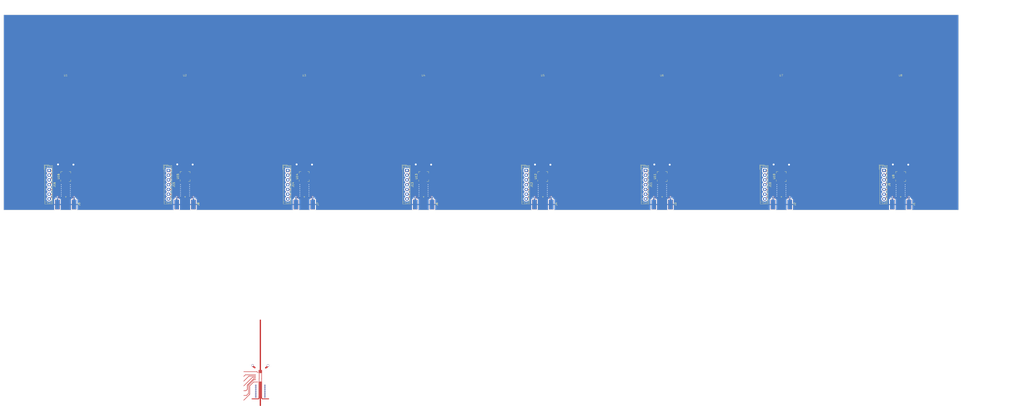
<source format=kicad_pcb>
(kicad_pcb (version 20221018) (generator pcbnew)
  (layers (0 "F.Cu" signal) (31 "B.Cu" signal) (34 "B.Paste" user) (35 "F.Paste" user) (36 "B.SilkS" user "B.Silkscreen") (37 "F.SilkS" user "F.Silkscreen") (38 "B.Mask" user) (39 "F.Mask" user) (44 "Edge.Cuts" user))
  (net 0 "")
  (net 1 "Net-(J1-In)")
  (net 2 "Net-(J1-Ext)")
  (net 3 "Net-(J2-In)")
  (net 4 "Net-(J3-In)")
  (net 5 "Net-(J4-In)")
  (net 6 "Net-(J5-In)")
  (net 7 "Net-(J6-In)")
  (net 8 "Net-(J7-In)")
  (net 9 "Net-(J8-In)")
  (net 10 "Net-(U1-Signal_input)")
  (net 11 "Net-(U12-RF2)")
  (net 12 "Net-(U11-RF2)")
  (net 13 "Net-(U10-RF2)")
  (net 14 "Net-(U8-Signal_input)")
  (net 15 "Net-(J9-Pin_1)")
  (net 16 "Net-(J9-Pin_2)")
  (net 17 "Net-(J9-Pin_3)")
  (net 18 "Net-(J9-Pin_4)")
  (net 19 "Net-(J9-Pin_5)")
  (net 20 "Net-(J9-Pin_6)")
  (net 21 "Net-(J10-Pin_1)")
  (net 22 "Net-(J10-Pin_2)")
  (net 23 "Net-(J10-Pin_3)")
  (net 24 "Net-(J10-Pin_4)")
  (net 25 "Net-(J10-Pin_5)")
  (net 26 "Net-(J10-Pin_6)")
  (net 27 "Net-(J11-Pin_1)")
  (net 28 "Net-(J11-Pin_2)")
  (net 29 "Net-(J11-Pin_3)")
  (net 30 "Net-(J11-Pin_4)")
  (net 31 "Net-(J11-Pin_5)")
  (net 32 "Net-(J11-Pin_6)")
  (net 33 "Net-(J12-Pin_1)")
  (net 34 "Net-(J12-Pin_2)")
  (net 35 "Net-(J12-Pin_3)")
  (net 36 "Net-(J12-Pin_4)")
  (net 37 "Net-(J12-Pin_5)")
  (net 38 "Net-(J12-Pin_6)")
  (net 39 "Net-(J13-Pin_1)")
  (net 40 "Net-(J13-Pin_2)")
  (net 41 "Net-(J13-Pin_3)")
  (net 42 "Net-(J13-Pin_4)")
  (net 43 "Net-(J13-Pin_5)")
  (net 44 "Net-(J13-Pin_6)")
  (net 45 "Net-(J14-Pin_1)")
  (net 46 "Net-(J14-Pin_2)")
  (net 47 "Net-(J14-Pin_3)")
  (net 48 "Net-(J14-Pin_4)")
  (net 49 "Net-(J14-Pin_5)")
  (net 50 "Net-(J14-Pin_6)")
  (net 51 "Net-(J15-Pin_1)")
  (net 52 "Net-(J15-Pin_2)")
  (net 53 "Net-(J15-Pin_3)")
  (net 54 "Net-(J15-Pin_4)")
  (net 55 "Net-(J15-Pin_5)")
  (net 56 "Net-(J15-Pin_6)")
  (net 57 "Net-(J16-Pin_1)")
  (net 58 "Net-(J16-Pin_2)")
  (net 59 "Net-(J16-Pin_3)")
  (net 60 "Net-(J16-Pin_4)")
  (net 61 "Net-(J16-Pin_5)")
  (net 62 "Net-(J16-Pin_6)")
  (net 119 "Net-(J9-Pin_7)")
  (net 120 "Net-(J10-Pin_7)")
  (net 121 "Net-(J11-Pin_7)")
  (net 122 "Net-(J12-Pin_7)")
  (net 123 "Net-(J13-Pin_7)")
  (net 124 "Net-(J14-Pin_7)")
  (net 125 "Net-(J15-Pin_7)")
  (net 126 "Net-(J16-Pin_7)")
  (net 127 "Net-(U15-RF2)")
  (net 128 "Net-(U14-RF2)")
  (net 129 "Net-(U13-RF2)")
  (footprint "userLibPersonal:Antenna Element" (layer "F.Cu") (at 368.04 57.71)
    (fp_text reference "U6")
    (fp_text value "~")
  )
  (footprint "userLibPersonal:Antenna Element" (layer "F.Cu") (at 55.54 57.71)
    (fp_text reference "U1")
    (fp_text value "~")
  )
  (footprint "userLibPersonal:Antenna Element" (layer "F.Cu") (at 180.54 57.71)
    (fp_text reference "U3")
    (fp_text value "~")
  )
  (footprint "Package_DFN_QFN:QFN-20-1EP_5x5mm_P0.65mm_EP3.35x3.35mm" (layer "F.Cu") (at 55.64 110.23 90)
    (fp_text reference "U16")
    (fp_text value "~")
  )
  (footprint "Connector_JST:JST_EH_B7B-EH-A_1x07_P2.50mm_Vertical" (layer "F.Cu") (at 171.94 107.03 -90)
    (fp_text reference "J14")
    (fp_text value "Conn_01x06_Pin")
  )
  (footprint "Connector_Coaxial:SMA_Molex_73251-1153_EdgeMount_Horizontal" (layer "F.Cu") (at 243.14 123.21 90)
    (fp_text reference "J6")
    (fp_text value "Conn_Coaxial")
  )
  (footprint "Connector_JST:JST_EH_B7B-EH-A_1x07_P2.50mm_Vertical" (layer "F.Cu") (at 109.44 107.03 -90)
    (fp_text reference "J15")
    (fp_text value "Conn_01x06_Pin")
  )
  (footprint "Connector_Coaxial:SMA_Molex_73251-1153_EdgeMount_Horizontal" (layer "F.Cu") (at 493.14 123.21 90)
    (fp_text reference "J1")
    (fp_text value "Conn_Coaxial")
  )
  (footprint "Connector_Coaxial:SMA_Molex_73251-1153_EdgeMount_Horizontal" (layer "F.Cu") (at 180.64 123.21 90)
    (fp_text reference "J7")
    (fp_text value "Conn_Coaxial")
  )
  (footprint "Package_DFN_QFN:QFN-20-1EP_5x5mm_P0.65mm_EP3.35x3.35mm" (layer "F.Cu") (at 118.14 110.18 90)
    (fp_text reference "U15")
    (fp_text value "~")
  )
  (footprint "Connector_JST:JST_EH_B7B-EH-A_1x07_P2.50mm_Vertical" (layer "F.Cu") (at 484.44 107.03 -90)
    (fp_text reference "J9")
    (fp_text value "Conn_01x06_Pin")
  )
  (footprint "userLibPersonal:Antenna Element" (layer "F.Cu") (at 243.04 57.71)
    (fp_text reference "U4")
    (fp_text value "~")
  )
  (footprint "Connector_Coaxial:SMA_Molex_73251-1153_EdgeMount_Horizontal" (layer "F.Cu") (at 368.14 123.21 90)
    (fp_text reference "J3")
    (fp_text value "Conn_Coaxial")
  )
  (footprint "Connector_Coaxial:SMA_Molex_73251-1153_EdgeMount_Horizontal" (layer "F.Cu") (at 305.64 123.21 90)
    (fp_text reference "J4")
    (fp_text value "Conn_Coaxial")
  )
  (footprint "Package_DFN_QFN:QFN-20-1EP_5x5mm_P0.65mm_EP3.35x3.35mm" (layer "F.Cu") (at 305.64 110.23 90)
    (fp_text reference "U12")
    (fp_text value "~")
  )
  (footprint "Connector_Coaxial:SMA_Molex_73251-1153_EdgeMount_Horizontal" (layer "F.Cu") (at 430.64 123.21 90)
    (fp_text reference "J2")
    (fp_text value "Conn_Coaxial")
  )
  (footprint "Connector_JST:JST_EH_B7B-EH-A_1x07_P2.50mm_Vertical" (layer "F.Cu") (at 46.94 107.03 -90)
    (fp_text reference "J16")
    (fp_text value "Conn_01x06_Pin")
  )
  (footprint "Package_DFN_QFN:QFN-20-1EP_5x5mm_P0.65mm_EP3.35x3.35mm" (layer "F.Cu") (at 368.14 110.23 90)
    (fp_text reference "U11")
    (fp_text value "~")
  )
  (footprint "Connector_Coaxial:SMA_Molex_73251-1153_EdgeMount_Horizontal" (layer "F.Cu") (at 118.14 123.21 90)
    (fp_text reference "J8")
    (fp_text value "Conn_Coaxial")
  )
  (footprint "Package_DFN_QFN:QFN-20-1EP_5x5mm_P0.65mm_EP3.35x3.35mm" (layer "F.Cu") (at 493.14 110.23 90)
    (fp_text reference "U9")
    (fp_text value "~")
  )
  (footprint "userLibPersonal:Antenna Element" (layer "F.Cu") (at 305.54 57.71)
    (fp_text reference "U5")
    (fp_text value "~")
  )
  (footprint "Connector_JST:JST_EH_B7B-EH-A_1x07_P2.50mm_Vertical" (layer "F.Cu") (at 421.94 107.03 -90)
    (fp_text reference "J10")
    (fp_text value "Conn_01x06_Pin")
  )
  (footprint "Connector_JST:JST_EH_B7B-EH-A_1x07_P2.50mm_Vertical" (layer "F.Cu") (at 359.44 107.03 -90)
    (fp_text reference "J11")
    (fp_text value "Conn_01x06_Pin")
  )
  (footprint "Package_DFN_QFN:QFN-20-1EP_5x5mm_P0.65mm_EP3.35x3.35mm" (layer "F.Cu") (at 430.64 110.23 90)
    (fp_text reference "U10")
    (fp_text value "~")
  )
  (footprint "Package_DFN_QFN:QFN-20-1EP_5x5mm_P0.65mm_EP3.35x3.35mm" (layer "F.Cu") (at 180.64 110.23 90)
    (fp_text reference "U14")
    (fp_text value "~")
  )
  (footprint "Package_DFN_QFN:QFN-20-1EP_5x5mm_P0.65mm_EP3.35x3.35mm" (layer "F.Cu") (at 243.14 110.23 90)
    (fp_text reference "U13")
    (fp_text value "~")
  )
  (footprint "Connector_JST:JST_EH_B7B-EH-A_1x07_P2.50mm_Vertical" (layer "F.Cu") (at 296.94 107.03 -90)
    (fp_text reference "J12")
    (fp_text value "Conn_01x06_Pin")
  )
  (footprint "userLibPersonal:Antenna Element" (layer "F.Cu") (at 430.54 57.71)
    (fp_text reference "U7")
    (fp_text value "~")
  )
  (footprint "Connector_JST:JST_EH_B7B-EH-A_1x07_P2.50mm_Vertical" (layer "F.Cu") (at 234.44 107.03 -90)
    (fp_text reference "J13")
    (fp_text value "Conn_01x06_Pin")
  )
  (footprint "userLibPersonal:Antenna Element" (layer "F.Cu") (at 118.04 57.71)
    (fp_text reference "U2")
    (fp_text value "~")
  )
  (footprint "Connector_Coaxial:SMA_Molex_73251-1153_EdgeMount_Horizontal" (layer "F.Cu") (at 55.64 123.21 90)
    (fp_text reference "J5")
    (fp_text value "Conn_Coaxial")
  )
  (footprint "userLibPersonal:Antenna Element" (layer "F.Cu") (at 493.04 57.71)
    (fp_text reference "U8")
    (fp_text value "~")
  )
  (gr_rect (start 23.12 25.46) (end 523.44 127.79) (stroke (width 0.1)) (fill none) (layer "Edge.Cuts"))
  (segment (start 151.88 224.64) (end 152.04 224.48) (width 0.25) (layer "F.Cu") (net 0))
  (segment (start 148.89 227.63) (end 151.88 224.64) (width 0.25) (layer "F.Cu") (net 0))
  (segment (start 148.89 225.13) (end 150.32 225.13) (width 0.25) (layer "F.Cu") (net 0))
  (segment (start 148.89 217.63) (end 151.56 214.96) (width 0.25) (layer "F.Cu") (net 0))
  (segment (start 151.37 219.68) (end 154.14 216.91) (width 0.25) (layer "F.Cu") (net 0))
  (segment (start 148.89 222.63) (end 150.05 222.63) (width 0.25) (layer "F.Cu") (net 0))
  (segment (start 151.56 214.96) (end 155.14 214.96) (width 0.25) (layer "F.Cu") (net 0))
  (segment (start 150.05 222.63) (end 150.74 221.94) (width 0.25) (layer "F.Cu") (net 0))
  (segment (start 150.32 225.13) (end 151.37 224.08) (width 0.25) (layer "F.Cu") (net 0))
  (segment (start 157.59 213.16) (end 157.59 185.61) (width 0.65) (layer "F.Cu") (net 0))
  (segment (start 149.71 214.31) (end 155.14 214.31) (width 0.25) (layer "F.Cu") (net 0))
  (segment (start 154.153604 216.26) (end 155.14 216.26) (width 0.25) (layer "F.Cu") (net 0))
  (segment (start 148.89 215.13) (end 149.71 214.31) (width 0.25) (layer "F.Cu") (net 0))
  (segment (start 151.37 224.08) (end 151.37 219.68) (width 0.25) (layer "F.Cu") (net 0))
  (segment (start 155.76 212.63) (end 156.29 213.16) (width 0.25) (layer "F.Cu") (net 0))
  (segment (start 148.89 212.63) (end 155.76 212.63) (width 0.25) (layer "F.Cu") (net 0))
  (segment (start 154.05 218.06) (end 156.29 218.06) (width 0.25) (layer "F.Cu") (net 0))
  (segment (start 157.59 230.33) (end 157.59 218.06) (width 0.66) (layer "F.Cu") (net 0))
  (segment (start 148.89 220.13) (end 153.41 215.61) (width 0.25) (layer "F.Cu") (net 0))
  (segment (start 152.04 220.07) (end 154.05 218.06) (width 0.25) (layer "F.Cu") (net 0))
  (segment (start 154.14 216.91) (end 155.14 216.91) (width 0.25) (layer "F.Cu") (net 0))
  (segment (start 152.04 224.48) (end 152.04 220.07) (width 0.25) (layer "F.Cu") (net 0))
  (segment (start 150.74 221.94) (end 150.74 219.673604) (width 0.25) (layer "F.Cu") (net 0))
  (segment (start 153.41 215.61) (end 155.14 215.61) (width 0.25) (layer "F.Cu") (net 0))
  (segment (start 150.74 219.673604) (end 154.153604 216.26) (width 0.25) (layer "F.Cu") (net 0))
  (segment (start 493.13 124.955) (end 493.13 112.685) (width 0.66) (layer "F.Cu") (net 1))
  (segment (start 493.522 126.746) (end 493.522 123.571) (width 0.25) (layer "F.Cu") (net 1))
  (segment (start 181.307791 107.744263) (end 181.307791 106.514263) (width 0.45) (layer "F.Cu") (net 2))
  (segment (start 490.211492 105.137757) (end 489.134128 104.383379) (width 0.8) (layer "F.Cu") (net 2))
  (segment (start 244.141502 121.492134) (end 243.756502 121.107134) (width 0.44) (layer "F.Cu") (net 2))
  (segment (start 181.315695 112.641961) (end 181.315695 110.841961) (width 0.25) (layer "F.Cu") (net 2))
  (segment (start 306.64 121.555) (end 306.255 121.17) (width 0.44) (layer "F.Cu") (net 2))
  (segment (start 156.94 213.16) (end 156.94 211.93) (width 0.45) (layer "F.Cu") (net 2))
  (segment (start 372.52 124.93) (end 426.26 124.93) (width 0.25) (layer "F.Cu") (net 2))
  (segment (start 372.49 121.52) (end 369.15 121.52) (width 0.44) (layer "F.Cu") (net 2))
  (segment (start 431.29122 120.569859) (end 431.29122 112.689859) (width 0.44) (layer "F.Cu") (net 2))
  (segment (start 367.46 107.79) (end 367.46 106.56) (width 0.45) (layer "F.Cu") (net 2))
  (segment (start 181.320695 121.086961) (end 181.320695 120.521961) (width 0.44) (layer "F.Cu") (net 2))
  (segment (start 492.48 107.785) (end 492.48 106.555) (width 0.45) (layer "F.Cu") (net 2))
  (segment (start 306.25 120.605) (end 306.25 112.725) (width 0.44) (layer "F.Cu") (net 2))
  (segment (start 367.46 120.49) (end 367.46 112.69) (width 0.44) (layer "F.Cu") (net 2))
  (segment (start 158.245 226.505) (end 158.245 225.94) (width 0.44) (layer "F.Cu") (net 2))
  (segment (start 156.935 226.525) (end 156.935 225.86) (width 0.44) (layer "F.Cu") (net 2))
  (segment (start 118.77 112.62) (end 118.77 110.82) (width 0.25) (layer "F.Cu") (net 2))
  (segment (start 117.1 121.45) (end 117.465 121.085) (width 0.44) (layer "F.Cu") (net 2))
  (segment (start 488.75 121.515) (end 492.11 121.515) (width 0.44) (layer "F.Cu") (net 2))
  (segment (start 153.21 226.89) (end 156.57 226.89) (width 0.44) (layer "F.Cu") (net 2))
  (segment (start 54.99 110.86) (end 55.64 110.21) (width 0.25) (layer "F.Cu") (net 2))
  (segment (start 302.681492 105.177757) (end 301.604128 104.423379) (width 0.8) (layer "F.Cu") (net 2))
  (segment (start 370.951318 105.237189) (end 372.028682 104.482811) (width 0.8) (layer "F.Cu") (net 2))
  (segment (start 367.455 121.155) (end 367.455 120.49) (width 0.44) (layer "F.Cu") (net 2))
  (segment (start 113.74 121.45) (end 117.1 121.45) (width 0.44) (layer "F.Cu") (net 2))
  (segment (start 309.98 121.555) (end 306.64 121.555) (width 0.44) (layer "F.Cu") (net 2))
  (segment (start 177.747187 105.094718) (end 176.669823 104.34034) (width 0.8) (layer "F.Cu") (net 2))
  (segment (start 368.765 121.135) (end 368.765 120.57) (width 0.44) (layer "F.Cu") (net 2))
  (segment (start 306.25 112.725) (end 306.25 110.925) (width 0.25) (layer "F.Cu") (net 2))
  (segment (start 242.451502 112.662134) (end 242.451502 110.862134) (width 0.25) (layer "F.Cu") (net 2))
  (segment (start 247.52 124.93) (end 301.26 124.93) (width 0.25) (layer "F.Cu") (net 2))
  (segment (start 52.721492 105.112757) (end 51.644128 104.358379) (width 0.8) (layer "F.Cu") (net 2))
  (segment (start 56.29 112.66) (end 56.29 110.86) (width 0.25) (layer "F.Cu") (net 2))
  (segment (start 493.785 121.13) (end 493.785 120.565) (width 0.44) (layer "F.Cu") (net 2))
  (segment (start 369.15 121.52) (end 368.765 121.135) (width 0.44) (layer "F.Cu") (net 2))
  (segment (start 51.644128 104.358379) (end 51.565986 103.915215) (width 0.8) (layer "F.Cu") (net 2))
  (segment (start 54.99 120.46) (end 54.99 112.66) (width 0.44) (layer "F.Cu") (net 2))
  (segment (start 60.02 124.93) (end 113.76 124.93) (width 0.25) (layer "F.Cu") (net 2))
  (segment (start 54.99 112.66) (end 54.99 110.86) (width 0.25) (layer "F.Cu") (net 2))
  (segment (start 304.945 121.19) (end 304.945 120.525) (width 0.44) (layer "F.Cu") (net 2))
  (segment (start 117.47 107.72) (end 117.47 106.49) (width 0.45) (layer "F.Cu") (net 2))
  (segment (start 363.73 121.52) (end 367.09 121.52) (width 0.44) (layer "F.Cu") (net 2))
  (segment (start 185.045695 121.471961) (end 181.705695 121.471961) (width 0.44) (layer "F.Cu") (net 2))
  (segment (start 367.09 121.52) (end 367.455 121.155) (width 0.44) (layer "F.Cu") (net 2))
  (segment (start 493.79 110.875) (end 493.79 107.635) (width 0.25) (layer "F.Cu") (net 2))
  (segment (start 118.775 121.065) (end 118.775 120.5) (width 0.44) (layer "F.Cu") (net 2))
  (segment (start 243.761502 110.852134) (end 243.761502 107.612134) (width 0.25) (layer "F.Cu") (net 2))
  (segment (start 431.30122 110.879859) (end 431.30122 107.639859) (width 0.25) (layer "F.Cu") (net 2))
  (segment (start 242.451502 107.762134) (end 242.451502 106.532134) (width 0.45) (layer "F.Cu") (net 2))
  (segment (start 158.24 225.94) (end 158.24 218.06) (width 0.44) (layer "F.Cu") (net 2))
  (segment (start 56.29 109.56) (end 56.29 107.76) (width 0.25) (layer "F.Cu") (net 2))
  (segment (start 494.17 121.515) (end 493.785 121.13) (width 0.44) (layer "F.Cu") (net 2))
  (segment (start 56.282096 107.762302) (end 56.282096 106.532302) (width 0.45) (layer "F.Cu") (net 2))
  (segment (start 242.446502 121.127134) (end 242.446502 120.462134) (width 0.44) (layer "F.Cu") (net 2))
  (segment (start 117.465 121.085) (end 117.465 120.42) (width 0.44) (layer "F.Cu") (net 2))
  (segment (start 427.722712 105.142616) (end 426.645348 104.388238) (width 0.8) (layer "F.Cu") (net 2))
  (segment (start 308.441318 105.272189) (end 309.518682 104.517811) (width 0.8) (layer "F.Cu") (net 2))
  (segment (start 493.78 120.565) (end 493.78 112.685) (width 0.44) (layer "F.Cu") (net 2))
  (segment (start 492.11 121.515) (end 492.475 121.15) (width 0.44) (layer "F.Cu") (net 2))
  (segment (start 180.015695 112.641961) (end 180.015695 110.841961) (width 0.25) (layer "F.Cu") (net 2))
  (segment (start 118.77 120.5) (end 118.77 112.62) (width 0.44) (layer "F.Cu") (net 2))
  (segment (start 247.481502 121.492134) (end 244.141502 121.492134) (width 0.44) (layer "F.Cu") (net 2))
  (segment (start 493.772096 107.787302) (end 493.772096 106.557302) (width 0.45) (layer "F.Cu") (net 2))
  (segment (start 180.015695 120.441961) (end 180.015695 112.641961) (width 0.44) (layer "F.Cu") (net 2))
  (segment (start 497.51 121.515) (end 494.17 121.515) (width 0.44) (layer "F.Cu") (net 2))
  (segment (start 122.52 124.93) (end 176.26 124.93) (width 0.25) (layer "F.Cu") (net 2))
  (segment (start 243.743598 107.764436) (end 243.743598 106.534436) (width 0.45) (layer "F.Cu") (net 2))
  (segment (start 429.99122 107.789859) (end 429.99122 106.559859) (width 0.45) (layer "F.Cu") (net 2))
  (segment (start 158.63 226.89) (end 158.245 226.505) (width 0.44) (layer "F.Cu") (net 2))
  (segment (start 306.26 110.915) (end 306.26 107.675) (width 0.25) (layer "F.Cu") (net 2))
  (segment (start 368.76 112.69) (end 368.76 110.89) (width 0.25) (layer "F.Cu") (net 2))
  (segment (start 304.58 121.555) (end 304.945 121.19) (width 0.44) (layer "F.Cu") (net 2))
  (segment (start 435.02 124.93) (end 488.76 124.93) (width 0.25) (layer "F.Cu") (net 2))
  (segment (start 56.29 120.54) (end 56.29 112.66) (width 0.44) (layer "F.Cu") (net 2))
  (segment (start 54.985 121.125) (end 54.985 120.46) (width 0.44) (layer "F.Cu") (net 2))
  (segment (start 435.02122 121.519859) (end 431.68122 121.519859) (width 0.44) (layer "F.Cu") (net 2))
  (segment (start 242.081502 121.492134) (end 242.446502 121.127134) (width 0.44) (layer "F.Cu") (net 2))
  (segment (start 245.94282 105.209323) (end 247.020184 104.454945) (width 0.8) (layer "F.Cu") (net 2))
  (segment (start 161.97 226.89) (end 158.63 226.89) (width 0.44) (layer "F.Cu") (net 2))
  (segment (start 431.29622 121.134859) (end 431.29622 120.569859) (width 0.44) (layer "F.Cu") (net 2))
  (segment (start 367.49 110.87) (end 367.49 107.63) (width 0.25) (layer "F.Cu") (net 2))
  (segment (start 180.045695 110.821961) (end 180.045695 107.581961) (width 0.25) (layer "F.Cu") (net 2))
  (segment (start 180.010695 121.106961) (end 180.010695 120.441961) (width 0.44) (layer "F.Cu") (net 2))
  (segment (start 183.507013 105.18915) (end 184.584377 104.434772) (width 0.8) (layer "F.Cu") (net 2))
  (segment (start 154.671492 210.512757) (end 153.594128 209.758379) (width 0.8) (layer "F.Cu") (net 2))
  (segment (start 431.29122 112.689859) (end 431.29122 110.889859) (width 0.25) (layer "F.Cu") (net 2))
  (segment (start 122.5 121.45) (end 119.16 121.45) (width 0.44) (layer "F.Cu") (net 2))
  (segment (start 429.62122 121.519859) (end 429.98622 121.154859) (width 0.44) (layer "F.Cu") (net 2))
  (segment (start 120.961318 105.167189) (end 122.038682 104.412811) (width 0.8) (layer "F.Cu") (net 2))
  (segment (start 310.02 124.93) (end 363.76 124.93) (width 0.25) (layer "F.Cu") (net 2))
  (segment (start 240.182994 105.114891) (end 239.10563 104.360513) (width 0.8) (layer "F.Cu") (net 2))
  (segment (start 115.201492 105.072757) (end 114.124128 104.318379) (width 0.8) (layer "F.Cu") (net 2))
  (segment (start 54.99 109.56) (end 54.99 107.76) (width 0.25) (layer "F.Cu") (net 2))
  (segment (start 51.26 121.49) (end 54.62 121.49) (width 0.44) (layer "F.Cu") (net 2))
  (segment (start 117.47 120.42) (end 117.47 112.62) (width 0.44) (layer "F.Cu") (net 2))
  (segment (start 429.99122 120.489859) (end 429.99122 112.689859) (width 0.44) (layer "F.Cu") (net 2))
  (segment (start 426.26122 121.519859) (end 429.62122 121.519859) (width 0.44) (layer "F.Cu") (net 2))
  (segment (start 58.481318 105.207189) (end 59.558682 104.452811) (width 0.8) (layer "F.Cu") (net 2))
  (segment (start 158.24 218.06) (end 158.24 216.26) (width 0.25) (layer "F.Cu") (net 2))
  (segment (start 118.762096 107.722302) (end 118.762096 106.492302) (width 0.45) (layer "F.Cu") (net 2))
  (segment (start 433.482538 105.237048) (end 434.559902 104.48267) (width 0.8) (layer "F.Cu") (net 2))
  (segment (start 54.62 121.49) (end 54.985 121.125) (width 0.44) (layer "F.Cu") (net 2))
  (segment (start 180.015695 107.741961) (end 180.015695 106.511961) (width 0.45) (layer "F.Cu") (net 2))
  (segment (start 238.721502 121.492134) (end 242.081502 121.492134) (width 0.44) (layer "F.Cu") (net 2))
  (segment (start 156.97 216.24) (end 156.97 213) (width 0.25) (layer "F.Cu") (net 2))
  (segment (start 304.95 107.825) (end 304.95 106.595) (width 0.45) (layer "F.Cu") (net 2))
  (segment (start 181.325695 110.831961) (end 181.325695 107.591961) (width 0.25) (layer "F.Cu") (net 2))
  (segment (start 242.451502 120.462134) (end 242.451502 112.662134) (width 0.44) (layer "F.Cu") (net 2))
  (segment (start 430.02122 110.869859) (end 430.02122 107.629859) (width 0.25) (layer "F.Cu") (net 2))
  (segment (start 306.255 121.17) (end 306.255 120.605) (width 0.44) (layer "F.Cu") (net 2))
  (segment (start 492.48 112.685) (end 492.48 110.885) (width 0.25) (layer "F.Cu") (net 2))
  (segment (start 181.705695 121.471961) (end 181.320695 121.086961) (width 0.44) (layer "F.Cu") (net 2))
  (segment (start 160.431318 210.607189) (end 161.508682 209.852811) (width 0.8) (layer "F.Cu") (net 2))
  (segment (start 243.756502 121.107134) (end 243.756502 120.542134) (width 0.44) (layer "F.Cu") (net 2))
  (segment (start 117.5 110.8) (end 117.5 107.56) (width 0.25) (layer "F.Cu") (net 2))
  (segment (start 119.16 121.45) (end 118.775 121.065) (width 0.44) (layer "F.Cu") (net 2))
  (segment (start 304.95 120.525) (end 304.95 112.725) (width 0.44) (layer "F.Cu") (net 2))
  (segment (start 242.481502 110.842134) (end 242.481502 107.602134) (width 0.25) (layer "F.Cu") (net 2))
  (segment (start 368.752096 107.792302) (end 368.752096 106.562302) (width 0.45) (layer "F.Cu") (net 2))
  (segment (start 365.191492 105.142757) (end 364.114128 104.388379) (width 0.8) (layer "F.Cu") (net 2))
  (segment (start 176.285695 121.471961) (end 179.645695 121.471961) (width 0.44) (layer "F.Cu") (net 2))
  (segment (start 156.94 218.06) (end 156.94 216.26) (width 0.25) (layer "F.Cu") (net 2))
  (segment (start 158.25 216.25) (end 158.25 213.01) (width 0.25) (layer "F.Cu") (net 2))
  (segment (start 60.02 121.49) (end 56.68 121.49) (width 0.44) (layer "F.Cu") (net 2))
  (segment (start 429.98622 121.154859) (end 429.98622 120.489859) (width 0.44) (layer "F.Cu") (net 2))
  (segment (start 304.98 110.905) (end 304.98 107.665) (width 0.25) (layer "F.Cu") (net 2))
  (segment (start 56.29 110.86) (end 55.64 110.21) (width 0.25) (layer "F.Cu") (net 2))
  (segment (start 495.971318 105.232189) (end 497.048682 104.477811) (width 0.8) (layer "F.Cu") (net 2))
  (segment (start 368.76 120.57) (end 368.76 112.69) (width 0.44) (layer "F.Cu") (net 2))
  (segment (start 367.46 112.69) (end 367.46 110.89) (width 0.25) (layer "F.Cu") (net 2))
  (segment (start 118.78 110.81) (end 118.78 107.57) (width 0.25) (layer "F.Cu") (net 2))
  (segment (start 56.295 121.105) (end 56.295 120.54) (width 0.44) (layer "F.Cu") (net 2))
  (segment (start 56.68 121.49) (end 56.295 121.105) (width 0.44) (layer "F.Cu") (net 2))
  (segment (start 306.242096 107.827302) (end 306.242096 106.597302) (width 0.45) (layer "F.Cu") (net 2))
  (segment (start 301.22 121.555) (end 304.58 121.555) (width 0.44) (layer "F.Cu") (net 2))
  (segment (start 493.78 112.685) (end 493.78 110.885) (width 0.25) (layer "F.Cu") (net 2))
  (segment (start 156.94 225.86) (end 156.94 218.06) (width 0.44) (layer "F.Cu") (net 2))
  (segment (start 497.52 121.94) (end 497.445 122.015) (width 0.25) (layer "F.Cu") (net 2))
  (segment (start 492.51 110.865) (end 492.51 107.625) (width 0.25) (layer "F.Cu") (net 2))
  (segment (start 243.751502 120.542134) (end 243.751502 112.662134) (width 0.44) (layer "F.Cu") (net 2))
  (segment (start 156.57 226.89) (end 156.935 226.525) (width 0.44) (layer "F.Cu") (net 2))
  (segment (start 492.48 120.485) (end 492.48 112.685) (width 0.44) (layer "F.Cu") (net 2))
  (segment (start 117.47 112.62) (end 117.47 110.82) (width 0.25) (layer "F.Cu") (net 2))
  (segment (start 368.77 110.88) (end 368.77 107.64) (width 0.25) (layer "F.Cu") (net 2))
  (segment (start 431.283316 107.792161) (end 431.283316 106.562161) (width 0.45) (layer "F.Cu") (net 2))
  (segment (start 59.517364 104.432811) (end 59.595505 103.989648) (width 0.8) (layer "F.Cu") (net 2))
  (segment (start 304.95 112.725) (end 304.95 110.925) (width 0.25) (layer "F.Cu") (net 2))
  (segment (start 243.751502 112.662134) (end 243.751502 110.862134) (width 0.25) (layer "F.Cu") (net 2))
  (segment (start 429.99122 112.689859) (end 429.99122 110.889859) (width 0.25) (layer "F.Cu") (net 2))
  (segment (start 492.475 121.15) (end 492.475 120.485) (width 0.44) (layer "F.Cu") (net 2))
  (segment (start 158.232096 213.162302) (end 158.232096 211.932302) (width 0.45) (layer "F.Cu") (net 2))
  (segment (start 179.645695 121.471961) (end 180.010695 121.106961) (width 0.44) (layer "F.Cu") (net 2))
  (segment (start 55.64 110.21) (end 56.29 109.56) (width 0.25) (layer "F.Cu") (net 2))
  (segment (start 185.02 124.93) (end 238.76 124.93) (width 0.25) (layer "F.Cu") (net 2))
  (segment (start 181.315695 120.521961) (end 181.315695 112.641961) (width 0.44) (layer "F.Cu") (net 2))
  (segment (start 54.99 107.76) (end 54.99 106.53) (width 0.45) (layer "F.Cu") (net 2))
  (segment (start 55.64 110.21) (end 54.99 109.56) (width 0.25) (layer "F.Cu") (net 2))
  (segment (start 431.68122 121.519859) (end 431.29622 121.134859) (width 0.44) (layer "F.Cu") (net 2))
  (via (at 58.02 118.49) (size 0.8) (drill 0.4) (layers "F.Cu" "B.Cu") (net 2))
  (via (at 433.02122 120.519859) (size 0.8) (drill 0.4) (layers "F.Cu" "B.Cu") (net 2))
  (via (at 155.21 223.89) (size 0.8) (drill 0.4) (layers "F.Cu" "B.Cu") (net 2))
  (via (at 58.02 116.49) (size 0.8) (drill 0.4) (layers "F.Cu" "B.Cu") (net 2))
  (via (at 51.565986 103.915215) (size 1.2) (drill 1) (layers "F.Cu" "B.Cu") (net 2))
  (via (at 178.285695 120.471961) (size 0.8) (drill 0.4) (layers "F.Cu" "B.Cu") (net 2))
  (via (at 159.97 220.89) (size 0.8) (drill 0.4) (layers "F.Cu" "B.Cu") (net 2))
  (via (at 365.73 119.52) (size 0.8) (drill 0.4) (layers "F.Cu" "B.Cu") (net 2))
  (via (at 183.045695 115.471961) (size 0.8) (drill 0.4) (layers "F.Cu" "B.Cu") (net 2))
  (via (at 240.721502 114.492134) (size 0.8) (drill 0.4) (layers "F.Cu" "B.Cu") (net 2))
  (via (at 159.97 225.89) (size 0.8) (drill 0.4) (layers "F.Cu" "B.Cu") (net 2))
  (via (at 58.02 120.49) (size 0.8) (drill 0.4) (layers "F.Cu" "B.Cu") (net 2))
  (via (at 428.26122 116.519859) (size 0.8) (drill 0.4) (layers "F.Cu" "B.Cu") (net 2))
  (via (at 58.02 117.49) (size 0.8) (drill 0.4) (layers "F.Cu" "B.Cu") (net 2))
  (via (at 365.73 118.52) (size 0.8) (drill 0.4) (layers "F.Cu" "B.Cu") (net 2))
  (via (at 115.74 115.45) (size 0.8) (drill 0.4) (layers "F.Cu" "B.Cu") (net 2))
  (via (at 307.98 118.555) (size 0.8) (drill 0.4) (layers "F.Cu" "B.Cu") (net 2))
  (via (at 178.285695 119.471961) (size 0.8) (drill 0.4) (layers "F.Cu" "B.Cu") (net 2))
  (via (at 178.285695 114.471961) (size 0.8) (drill 0.4) (layers "F.Cu" "B.Cu") (net 2))
  (via (at 153.515986 209.315215) (size 1.2) (drill 1) (layers "F.Cu" "B.Cu") (net 2))
  (via (at 303.22 114.555) (size 0.8) (drill 0.4) (layers "F.Cu" "B.Cu") (net 2))
  (via (at 365.73 117.52) (size 0.8) (drill 0.4) (layers "F.Cu" "B.Cu") (net 2))
  (via (at 159.97 224.89) (size 0.8) (drill 0.4) (layers "F.Cu" "B.Cu") (net 2))
  (via (at 183.045695 114.471961) (size 0.8) (drill 0.4) (layers "F.Cu" "B.Cu") (net 2))
  (via (at 53.26 114.49) (size 0.8) (drill 0.4) (layers "F.Cu" "B.Cu") (net 2))
  (via (at 245.481502 120.492134) (size 0.8) (drill 0.4) (layers "F.Cu" "B.Cu") (net 2))
  (via (at 428.26122 117.519859) (size 0.8) (drill 0.4) (layers "F.Cu" "B.Cu") (net 2))
  (via (at 365.73 115.52) (size 0.8) (drill 0.4) (layers "F.Cu" "B.Cu") (net 2))
  (via (at 245.481502 118.492134) (size 0.8) (drill 0.4) (layers "F.Cu" "B.Cu") (net 2))
  (via (at 428.26122 114.519859) (size 0.8) (drill 0.4) (layers "F.Cu" "B.Cu") (net 2))
  (via (at 53.26 117.49) (size 0.8) (drill 0.4) (layers "F.Cu" "B.Cu") (net 2))
  (via (at 120.5 119.45) (size 0.8) (drill 0.4) (layers "F.Cu" "B.Cu") (net 2))
  (via (at 303.22 119.555) (size 0.8) (drill 0.4) (layers "F.Cu" "B.Cu") (net 2))
  (via (at 183.045695 119.471961) (size 0.8) (drill 0.4) (layers "F.Cu" "B.Cu") (net 2))
  (via (at 433.02122 119.519859) (size 0.8) (drill 0.4) (layers "F.Cu" "B.Cu") (net 2))
  (via (at 307.98 119.555) (size 0.8) (drill 0.4) (layers "F.Cu" "B.Cu") (net 2))
  (via (at 490.75 116.515) (size 0.8) (drill 0.4) (layers "F.Cu" "B.Cu") (net 2))
  (via (at 115.74 116.45) (size 0.8) (drill 0.4) (layers "F.Cu" "B.Cu") (net 2))
  (via (at 495.51 115.515) (size 0.8) (drill 0.4) (layers "F.Cu" "B.Cu") (net 2))
  (via (at 307.98 116.555) (size 0.8) (drill 0.4) (layers "F.Cu" "B.Cu") (net 2))
  (via (at 307.98 120.555) (size 0.8) (drill 0.4) (layers "F.Cu" "B.Cu") (net 2))
  (via (at 115.74 120.45) (size 0.8) (drill 0.4) (layers "F.Cu" "B.Cu") (net 2))
  (via (at 155.21 219.89) (size 0.8) (drill 0.4) (layers "F.Cu" "B.Cu") (net 2))
  (via (at 490.75 117.515) (size 0.8) (drill 0.4) (layers "F.Cu" "B.Cu") (net 2))
  (via (at 245.481502 116.492134) (size 0.8) (drill 0.4) (layers "F.Cu" "B.Cu") (net 2))
  (via (at 183.045695 117.471961) (size 0.8) (drill 0.4) (layers "F.Cu" "B.Cu") (net 2))
  (via (at 307.98 115.555) (size 0.8) (drill 0.4) (layers "F.Cu" "B.Cu") (net 2))
  (via (at 245.481502 117.492134) (size 0.8) (drill 0.4) (layers "F.Cu" "B.Cu") (net 2))
  (via (at 155.21 225.89) (size 0.8) (drill 0.4) (layers "F.Cu" "B.Cu") (net 2))
  (via (at 120.5 118.45) (size 0.8) (drill 0.4) (layers "F.Cu" "B.Cu") (net 2))
  (via (at 115.74 118.45) (size 0.8) (drill 0.4) (layers "F.Cu" "B.Cu") (net 2))
  (via (at 489.055986 103.940215) (size 1.2) (drill 1) (layers "F.Cu" "B.Cu") (net 2))
  (via (at 240.721502 116.492134) (size 0.8) (drill 0.4) (layers "F.Cu" "B.Cu") (net 2))
  (via (at 53.26 120.49) (size 0.8) (drill 0.4) (layers "F.Cu" "B.Cu") (net 2))
  (via (at 370.49 116.52) (size 0.8) (drill 0.4) (layers "F.Cu" "B.Cu") (net 2))
  (via (at 495.51 118.515) (size 0.8) (drill 0.4) (layers "F.Cu" "B.Cu") (net 2))
  (via (at 497.126823 104.034648) (size 1.2) (drill 1) (layers "F.Cu" "B.Cu") (net 2))
  (via (at 159.97 222.89) (size 0.8) (drill 0.4) (layers "F.Cu" "B.Cu") (net 2))
  (via (at 178.285695 117.471961) (size 0.8) (drill 0.4) (layers "F.Cu" "B.Cu") (net 2))
  (via (at 495.51 117.515) (size 0.8) (drill 0.4) (layers "F.Cu" "B.Cu") (net 2))
  (via (at 365.73 116.52) (size 0.8) (drill 0.4) (layers "F.Cu" "B.Cu") (net 2))
  (via (at 58.02 114.49) (size 0.8) (drill 0.4) (layers "F.Cu" "B.Cu") (net 2))
  (via (at 155.21 222.89) (size 0.8) (drill 0.4) (layers "F.Cu" "B.Cu") (net 2))
  (via (at 115.74 114.45) (size 0.8) (drill 0.4) (layers "F.Cu" "B.Cu") (net 2))
  (via (at 159.97 219.89) (size 0.8) (drill 0.4) (layers "F.Cu" "B.Cu") (net 2))
  (via (at 115.74 119.45) (size 0.8) (drill 0.4) (layers "F.Cu" "B.Cu") (net 2))
  (via (at 370.49 115.52) (size 0.8) (drill 0.4) (layers "F.Cu" "B.Cu") (net 2))
  (via (at 370.49 117.52) (size 0.8) (drill 0.4) (layers "F.Cu" "B.Cu") (net 2))
  (via (at 307.98 114.555) (size 0.8) (drill 0.4) (layers "F.Cu" "B.Cu") (net 2))
  (via (at 178.285695 116.471961) (size 0.8) (drill 0.4) (layers "F.Cu" "B.Cu") (net 2))
  (via (at 239.027488 103.917349) (size 1.2) (drill 1) (layers "F.Cu" "B.Cu") (net 2))
  (via (at 58.02 115.49) (size 0.8) (drill 0.4) (layers "F.Cu" "B.Cu") (net 2))
  (via (at 307.98 117.555) (size 0.8) (drill 0.4) (layers "F.Cu" "B.Cu") (net 2))
  (via (at 155.21 221.89) (size 0.8) (drill 0.4) (layers "F.Cu" "B.Cu") (net 2))
  (via (at 183.045695 116.471961) (size 0.8) (drill 0.4) (layers "F.Cu" "B.Cu") (net 2))
  (via (at 178.285695 115.471961) (size 0.8) (drill 0.4) (layers "F.Cu" "B.Cu") (net 2))
  (via (at 495.51 119.515) (size 0.8) (drill 0.4) (layers "F.Cu" "B.Cu") (net 2))
  (via (at 53.26 119.49) (size 0.8) (drill 0.4) (layers "F.Cu" "B.Cu") (net 2))
  (via (at 159.97 223.89) (size 0.8) (drill 0.4) (layers "F.Cu" "B.Cu") (net 2))
  (via (at 433.02122 118.519859) (size 0.8) (drill 0.4) (layers "F.Cu" "B.Cu") (net 2))
  (via (at 53.26 116.49) (size 0.8) (drill 0.4) (layers "F.Cu" "B.Cu") (net 2))
  (via (at 428.26122 118.519859) (size 0.8) (drill 0.4) (layers "F.Cu" "B.Cu") (net 2))
  (via (at 120.5 120.45) (size 0.8) (drill 0.4) (layers "F.Cu" "B.Cu") (net 2))
  (via (at 155.21 220.89) (size 0.8) (drill 0.4) (layers "F.Cu" "B.Cu") (net 2))
  (via (at 490.75 115.515) (size 0.8) (drill 0.4) (layers "F.Cu" "B.Cu") (net 2))
  (via (at 428.26122 115.519859) (size 0.8) (drill 0.4) (layers "F.Cu" "B.Cu") (net 2))
  (via (at 159.97 221.89) (size 0.8) (drill 0.4) (layers "F.Cu" "B.Cu") (net 2))
  (via (at 433.02122 114.519859) (size 0.8) (drill 0.4) (layers "F.Cu" "B.Cu") (net 2))
  (via (at 58.02 119.49) (size 0.8) (drill 0.4) (layers "F.Cu" "B.Cu") (net 2))
  (via (at 495.51 116.515) (size 0.8) (drill 0.4) (layers "F.Cu" "B.Cu") (net 2))
  (via (at 115.74 117.45) (size 0.8) (drill 0.4) (layers "F.Cu" "B.Cu") (net 2))
  (via (at 428.26122 119.519859) (size 0.8) (drill 0.4) (layers "F.Cu" "B.Cu") (net 2))
  (via (at 245.481502 114.492134) (size 0.8) (drill 0.4) (layers "F.Cu" "B.Cu") (net 2))
  (via (at 370.49 119.52) (size 0.8) (drill 0.4) (layers "F.Cu" "B.Cu") (net 2))
  (via (at 240.721502 120.492134) (size 0.8) (drill 0.4) (layers "F.Cu" "B.Cu") (net 2))
  (via (at 426.567206 103.945074) (size 1.2) (drill 1) (layers "F.Cu" "B.Cu") (net 2))
  (via (at 120.5 114.45) (size 0.8) (drill 0.4) (layers "F.Cu" "B.Cu") (net 2))
  (via (at 183.045695 120.471961) (size 0.8) (drill 0.4) (layers "F.Cu" "B.Cu") (net 2))
  (via (at 245.481502 115.492134) (size 0.8) (drill 0.4) (layers "F.Cu" "B.Cu") (net 2))
  (via (at 303.22 120.555) (size 0.8) (drill 0.4) (layers "F.Cu" "B.Cu") (net 2))
  (via (at 114.045986 103.875215) (size 1.2) (drill 1) (layers "F.Cu" "B.Cu") (net 2))
  (via (at 247.098325 104.011782) (size 1.2) (drill 1) (layers "F.Cu" "B.Cu") (net 2))
  (via (at 120.5 116.45) (size 0.8) (drill 0.4) (layers "F.Cu" "B.Cu") (net 2))
  (via (at 120.5 115.45) (size 0.8) (drill 0.4) (layers "F.Cu" "B.Cu") (net 2))
  (via (at 59.636823 104.009648) (size 1.2) (drill 1) (layers "F.Cu" "B.Cu") (net 2))
  (via (at 303.22 115.555) (size 0.8) (drill 0.4) (layers "F.Cu" "B.Cu") (net 2))
  (via (at 53.26 118.49) (size 0.8) (drill 0.4) (layers "F.Cu" "B.Cu") (net 2))
  (via (at 240.721502 119.492134) (size 0.8) (drill 0.4) (layers "F.Cu" "B.Cu") (net 2))
  (via (at 490.75 118.515) (size 0.8) (drill 0.4) (layers "F.Cu" "B.Cu") (net 2))
  (via (at 178.285695 118.471961) (size 0.8) (drill 0.4) (layers "F.Cu" "B.Cu") (net 2))
  (via (at 240.721502 118.492134) (size 0.8) (drill 0.4) (layers "F.Cu" "B.Cu") (net 2))
  (via (at 490.75 119.515) (size 0.8) (drill 0.4) (layers "F.Cu" "B.Cu") (net 2))
  (via (at 495.51 120.515) (size 0.8) (drill 0.4) (layers "F.Cu" "B.Cu") (net 2))
  (via (at 183.045695 118.471961) (size 0.8) (drill 0.4) (layers "F.Cu" "B.Cu") (net 2))
  (via (at 372.106823 104.039648) (size 1.2) (drill 1) (layers "F.Cu" "B.Cu") (net 2))
  (via (at 155.21 224.89) (size 0.8) (drill 0.4) (layers "F.Cu" "B.Cu") (net 2))
  (via (at 365.73 114.52) (size 0.8) (drill 0.4) (layers "F.Cu" "B.Cu") (net 2))
  (via (at 365.73 120.52) (size 0.8) (drill 0.4) (layers "F.Cu" "B.Cu") (net 2))
  (via (at 120.5 117.45) (size 0.8) (drill 0.4) (layers "F.Cu" "B.Cu") (net 2))
  (via (at 122.116823 103.969648) (size 1.2) (drill 1) (layers "F.Cu" "B.Cu") (net 2))
  (via (at 240.721502 117.492134) (size 0.8) (drill 0.4) (layers "F.Cu" "B.Cu") (net 2))
  (via (at 240.721502 115.492134) (size 0.8) (drill 0.4) (layers "F.Cu" "B.Cu") (net 2))
  (via (at 161.586823 209.409648) (size 1.2) (drill 1) (layers "F.Cu" "B.Cu") (net 2))
  (via (at 370.49 118.52) (size 0.8) (drill 0.4) (layers "F.Cu" "B.Cu") (net 2))
  (via (at 309.596823 104.074648) (size 1.2) (drill 1) (layers "F.Cu" "B.Cu") (net 2))
  (via (at 433.02122 115.519859) (size 0.8) (drill 0.4) (layers "F.Cu" "B.Cu") (net 2))
  (via (at 433.02122 117.519859) (size 0.8) (drill 0.4) (layers "F.Cu" "B.Cu") (net 2))
  (via (at 303.22 116.555) (size 0.8) (drill 0.4) (layers "F.Cu" "B.Cu") (net 2))
  (via (at 495.51 114.515) (size 0.8) (drill 0.4) (layers "F.Cu" "B.Cu") (net 2))
  (via (at 303.22 118.555) (size 0.8) (drill 0.4) (layers "F.Cu" "B.Cu") (net 2))
  (via (at 433.02122 116.519859) (size 0.8) (drill 0.4) (layers "F.Cu" "B.Cu") (net 2))
  (via (at 490.75 114.515) (size 0.8) (drill 0.4) (layers "F.Cu" "B.Cu") (net 2))
  (via (at 176.591681 103.897176) (size 1.2) (drill 1) (layers "F.Cu" "B.Cu") (net 2))
  (via (at 370.49 120.52) (size 0.8) (drill 0.4) (layers "F.Cu" "B.Cu") (net 2))
  (via (at 428.26122 120.519859) (size 0.8) (drill 0.4) (layers "F.Cu" "B.Cu") (net 2))
  (via (at 303.22 117.555) (size 0.8) (drill 0.4) (layers "F.Cu" "B.Cu") (net 2))
  (via (at 184.662518 103.991609) (size 1.2) (drill 1) (layers "F.Cu" "B.Cu") (net 2))
  (via (at 434.638043 104.039507) (size 1.2) (drill 1) (layers "F.Cu" "B.Cu") (net 2))
  (via (at 490.75 120.515) (size 0.8) (drill 0.4) (layers "F.Cu" "B.Cu") (net 2))
  (via (at 364.035986 103.945215) (size 1.2) (drill 1) (layers "F.Cu" "B.Cu") (net 2))
  (via (at 301.525986 103.980215) (size 1.2) (drill 1) (layers "F.Cu" "B.Cu") (net 2))
  (via (at 370.49 114.52) (size 0.8) (drill 0.4) (layers "F.Cu" "B.Cu") (net 2))
  (via (at 245.481502 119.492134) (size 0.8) (drill 0.4) (layers "F.Cu" "B.Cu") (net 2))
  (via (at 53.26 115.49) (size 0.8) (drill 0.4) (layers "F.Cu" "B.Cu") (net 2))
  (segment (start 363.76 121.49) (end 372.52 121.49) (width 0.25) (layer "B.Cu") (net 2))
  (segment (start 301.26 121.49) (end 310.02 121.49) (width 0.25) (layer "B.Cu") (net 2))
  (segment (start 51.26 121.49) (end 60.02 121.49) (width 0.25) (layer "B.Cu") (net 2))
  (segment (start 113.74 121.45) (end 122.5 121.45) (width 0.25) (layer "B.Cu") (net 2))
  (segment (start 488.76 121.49) (end 497.52 121.49) (width 0.25) (layer "B.Cu") (net 2))
  (segment (start 426.26 121.49) (end 435.02 121.49) (width 0.25) (layer "B.Cu") (net 2))
  (segment (start 176.26 121.49) (end 185.02 121.49) (width 0.25) (layer "B.Cu") (net 2))
  (segment (start 238.76 121.49) (end 247.52 121.49) (width 0.25) (layer "B.Cu") (net 2))
  (segment (start 122.07 121.49) (end 122.52 121.94) (width 0.25) (layer "B.Cu") (net 2))
  (segment (start 430.64122 124.959859) (end 430.64122 112.689859) (width 0.66) (layer "F.Cu") (net 3))
  (segment (start 368.11 124.96) (end 368.11 112.69) (width 0.66) (layer "F.Cu") (net 4))
  (segment (start 305.6 124.995) (end 305.6 112.725) (width 0.66) (layer "F.Cu") (net 5))
  (segment (start 55.64 124.93) (end 55.64 112.66) (width 0.66) (layer "F.Cu") (net 6))
  (segment (start 243.101502 124.932134) (end 243.101502 112.662134) (width 0.66) (layer "F.Cu") (net 7))
  (segment (start 180.665695 124.911961) (end 180.665695 112.641961) (width 0.66) (layer "F.Cu") (net 8))
  (segment (start 118.12 124.89) (end 118.12 112.62) (width 0.66) (layer "F.Cu") (net 9))
  (segment (start 55.64 107.76) (end 55.64 80.21) (width 0.65) (layer "F.Cu") (net 10))
  (segment (start 305.6 107.825) (end 305.6 80.275) (width 0.65) (layer "F.Cu") (net 11))
  (segment (start 368.11 107.79) (end 368.11 80.24) (width 0.65) (layer "F.Cu") (net 12))
  (segment (start 430.64122 107.789859) (end 430.64122 80.239859) (width 0.65) (layer "F.Cu") (net 13))
  (segment (start 493.13 107.785) (end 493.13 80.235) (width 0.65) (layer "F.Cu") (net 14))
  (segment (start 493.14 95.64) (end 493.14 80.21) (width 0.25) (layer "F.Cu") (net 14))
  (segment (start 484.43 107.255) (end 491.3 107.255) (width 0.25) (layer "F.Cu") (net 15))
  (segment (start 491.3 107.255) (end 491.83 107.785) (width 0.25) (layer "F.Cu") (net 15))
  (segment (start 485.25 108.935) (end 490.68 108.935) (width 0.25) (layer "F.Cu") (net 16))
  (segment (start 484.43 109.755) (end 485.25 108.935) (width 0.25) (layer "F.Cu") (net 16))
  (segment (start 487.1 109.585) (end 490.68 109.585) (width 0.25) (layer "F.Cu") (net 17))
  (segment (start 484.43 112.255) (end 487.1 109.585) (width 0.25) (layer "F.Cu") (net 17))
  (segment (start 488.95 110.235) (end 490.68 110.235) (width 0.25) (layer "F.Cu") (net 18))
  (segment (start 484.43 114.755) (end 488.95 110.235) (width 0.25) (layer "F.Cu") (net 18))
  (segment (start 485.59 117.255) (end 486.28 116.565) (width 0.25) (layer "F.Cu") (net 19))
  (segment (start 484.43 117.255) (end 485.59 117.255) (width 0.25) (layer "F.Cu") (net 19))
  (segment (start 486.28 116.565) (end 486.28 114.298604) (width 0.25) (layer "F.Cu") (net 19))
  (segment (start 489.693604 110.885) (end 490.68 110.885) (width 0.25) (layer "F.Cu") (net 19))
  (segment (start 486.28 114.298604) (end 489.693604 110.885) (width 0.25) (layer "F.Cu") (net 19))
  (segment (start 489.68 111.535) (end 490.68 111.535) (width 0.25) (layer "F.Cu") (net 20))
  (segment (start 485.86 119.755) (end 486.91 118.705) (width 0.25) (layer "F.Cu") (net 20))
  (segment (start 484.43 119.755) (end 485.86 119.755) (width 0.25) (layer "F.Cu") (net 20))
  (segment (start 486.91 114.305) (end 489.68 111.535) (width 0.25) (layer "F.Cu") (net 20))
  (segment (start 486.91 118.705) (end 486.91 114.305) (width 0.25) (layer "F.Cu") (net 20))
  (segment (start 421.94122 107.259859) (end 428.81122 107.259859) (width 0.25) (layer "F.Cu") (net 21))
  (segment (start 428.81122 107.259859) (end 429.34122 107.789859) (width 0.25) (layer "F.Cu") (net 21))
  (segment (start 421.94122 109.759859) (end 422.76122 108.939859) (width 0.25) (layer "F.Cu") (net 22))
  (segment (start 422.76122 108.939859) (end 428.19122 108.939859) (width 0.25) (layer "F.Cu") (net 22))
  (segment (start 424.61122 109.589859) (end 428.19122 109.589859) (width 0.25) (layer "F.Cu") (net 23))
  (segment (start 421.94122 112.259859) (end 424.61122 109.589859) (width 0.25) (layer "F.Cu") (net 23))
  (segment (start 421.94122 114.759859) (end 426.46122 110.239859) (width 0.25) (layer "F.Cu") (net 24))
  (segment (start 426.46122 110.239859) (end 428.19122 110.239859) (width 0.25) (layer "F.Cu") (net 24))
  (segment (start 421.94122 117.259859) (end 423.10122 117.259859) (width 0.25) (layer "F.Cu") (net 25))
  (segment (start 423.79122 116.569859) (end 423.79122 114.303463) (width 0.25) (layer "F.Cu") (net 25))
  (segment (start 423.10122 117.259859) (end 423.79122 116.569859) (width 0.25) (layer "F.Cu") (net 25))
  (segment (start 423.79122 114.303463) (end 427.204824 110.889859) (width 0.25) (layer "F.Cu") (net 25))
  (segment (start 427.204824 110.889859) (end 428.19122 110.889859) (width 0.25) (layer "F.Cu") (net 25))
  (segment (start 421.94122 119.759859) (end 423.37122 119.759859) (width 0.25) (layer "F.Cu") (net 26))
  (segment (start 423.37122 119.759859) (end 424.42122 118.709859) (width 0.25) (layer "F.Cu") (net 26))
  (segment (start 427.19122 111.539859) (end 428.19122 111.539859) (width 0.25) (layer "F.Cu") (net 26))
  (segment (start 424.42122 118.709859) (end 424.42122 114.309859) (width 0.25) (layer "F.Cu") (net 26))
  (segment (start 424.42122 114.309859) (end 427.19122 111.539859) (width 0.25) (layer "F.Cu") (net 26))
  (segment (start 359.41 107.26) (end 366.28 107.26) (width 0.25) (layer "F.Cu") (net 27))
  (segment (start 366.28 107.26) (end 366.81 107.79) (width 0.25) (layer "F.Cu") (net 27))
  (segment (start 359.41 109.76) (end 360.23 108.94) (width 0.25) (layer "F.Cu") (net 28))
  (segment (start 360.23 108.94) (end 365.66 108.94) (width 0.25) (layer "F.Cu") (net 28))
  (segment (start 359.41 112.26) (end 362.08 109.59) (width 0.25) (layer "F.Cu") (net 29))
  (segment (start 362.08 109.59) (end 365.66 109.59) (width 0.25) (layer "F.Cu") (net 29))
  (segment (start 363.93 110.24) (end 365.66 110.24) (width 0.25) (layer "F.Cu") (net 30))
  (segment (start 359.41 114.76) (end 363.93 110.24) (width 0.25) (layer "F.Cu") (net 30))
  (segment (start 359.41 117.26) (end 360.57 117.26) (width 0.25) (layer "F.Cu") (net 31))
  (segment (start 361.26 114.303604) (end 364.673604 110.89) (width 0.25) (layer "F.Cu") (net 31))
  (segment (start 364.673604 110.89) (end 365.66 110.89) (width 0.25) (layer "F.Cu") (net 31))
  (segment (start 361.26 116.57) (end 361.26 114.303604) (width 0.25) (layer "F.Cu") (net 31))
  (segment (start 360.57 117.26) (end 361.26 116.57) (width 0.25) (layer "F.Cu") (net 31))
  (segment (start 360.84 119.76) (end 361.89 118.71) (width 0.25) (layer "F.Cu") (net 32))
  (segment (start 359.41 119.76) (end 360.84 119.76) (width 0.25) (layer "F.Cu") (net 32))
  (segment (start 361.89 118.71) (end 361.89 114.31) (width 0.25) (layer "F.Cu") (net 32))
  (segment (start 364.66 111.54) (end 365.66 111.54) (width 0.25) (layer "F.Cu") (net 32))
  (segment (start 361.89 114.31) (end 364.66 111.54) (width 0.25) (layer "F.Cu") (net 32))
  (segment (start 296.9 107.295) (end 303.77 107.295) (width 0.25) (layer "F.Cu") (net 33))
  (segment (start 303.77 107.295) (end 304.3 107.825) (width 0.25) (layer "F.Cu") (net 33))
  (segment (start 297.72 108.975) (end 303.15 108.975) (width 0.25) (layer "F.Cu") (net 34))
  (segment (start 296.9 109.795) (end 297.72 108.975) (width 0.25) (layer "F.Cu") (net 34))
  (segment (start 296.9 112.295) (end 299.57 109.625) (width 0.25) (layer "F.Cu") (net 35))
  (segment (start 299.57 109.625) (end 303.15 109.625) (width 0.25) (layer "F.Cu") (net 35))
  (segment (start 301.42 110.275) (end 303.15 110.275) (width 0.25) (layer "F.Cu") (net 36))
  (segment (start 296.9 114.795) (end 301.42 110.275) (width 0.25) (layer "F.Cu") (net 36))
  (segment (start 298.75 116.605) (end 298.75 114.338604) (width 0.25) (layer "F.Cu") (net 37))
  (segment (start 298.06 117.295) (end 298.75 116.605) (width 0.25) (layer "F.Cu") (net 37))
  (segment (start 296.9 117.295) (end 298.06 117.295) (width 0.25) (layer "F.Cu") (net 37))
  (segment (start 298.75 114.338604) (end 302.163604 110.925) (width 0.25) (layer "F.Cu") (net 37))
  (segment (start 302.163604 110.925) (end 303.15 110.925) (width 0.25) (layer "F.Cu") (net 37))
  (segment (start 296.9 119.795) (end 298.33 119.795) (width 0.25) (layer "F.Cu") (net 38))
  (segment (start 299.38 118.745) (end 299.38 114.345) (width 0.25) (layer "F.Cu") (net 38))
  (segment (start 299.38 114.345) (end 302.15 111.575) (width 0.25) (layer "F.Cu") (net 38))
  (segment (start 302.15 111.575) (end 303.15 111.575) (width 0.25) (layer "F.Cu") (net 38))
  (segment (start 298.33 119.795) (end 299.38 118.745) (width 0.25) (layer "F.Cu") (net 38))
  (segment (start 241.271502 107.232134) (end 241.801502 107.762134) (width 0.25) (layer "F.Cu") (net 39))
  (segment (start 234.401502 107.232134) (end 241.271502 107.232134) (width 0.25) (layer "F.Cu") (net 39))
  (segment (start 234.401502 109.732134) (end 235.221502 108.912134) (width 0.25) (layer "F.Cu") (net 40))
  (segment (start 235.221502 108.912134) (end 240.651502 108.912134) (width 0.25) (layer "F.Cu") (net 40))
  (segment (start 237.071502 109.562134) (end 240.651502 109.562134) (width 0.25) (layer "F.Cu") (net 41))
  (segment (start 234.401502 112.232134) (end 237.071502 109.562134) (width 0.25) (layer "F.Cu") (net 41))
  (segment (start 238.921502 110.212134) (end 240.651502 110.212134) (width 0.25) (layer "F.Cu") (net 42))
  (segment (start 234.401502 114.732134) (end 238.921502 110.212134) (width 0.25) (layer "F.Cu") (net 42))
  (segment (start 239.665106 110.862134) (end 240.651502 110.862134) (width 0.25) (layer "F.Cu") (net 43))
  (segment (start 235.561502 117.232134) (end 236.251502 116.542134) (width 0.25) (layer "F.Cu") (net 43))
  (segment (start 236.251502 114.275738) (end 239.665106 110.862134) (width 0.25) (layer "F.Cu") (net 43))
  (segment (start 234.401502 117.232134) (end 235.561502 117.232134) (width 0.25) (layer "F.Cu") (net 43))
  (segment (start 236.251502 116.542134) (end 236.251502 114.275738) (width 0.25) (layer "F.Cu") (net 43))
  (segment (start 236.881502 114.282134) (end 239.651502 111.512134) (width 0.25) (layer "F.Cu") (net 44))
  (segment (start 236.881502 118.682134) (end 236.881502 114.282134) (width 0.25) (layer "F.Cu") (net 44))
  (segment (start 239.651502 111.512134) (end 240.651502 111.512134) (width 0.25) (layer "F.Cu") (net 44))
  (segment (start 234.401502 119.732134) (end 235.831502 119.732134) (width 0.25) (layer "F.Cu") (net 44))
  (segment (start 235.831502 119.732134) (end 236.881502 118.682134) (width 0.25) (layer "F.Cu") (net 44))
  (segment (start 171.965695 107.211961) (end 178.835695 107.211961) (width 0.25) (layer "F.Cu") (net 45))
  (segment (start 178.835695 107.211961) (end 179.365695 107.741961) (width 0.25) (layer "F.Cu") (net 45))
  (segment (start 172.785695 108.891961) (end 178.215695 108.891961) (width 0.25) (layer "F.Cu") (net 46))
  (segment (start 171.965695 109.711961) (end 172.785695 108.891961) (width 0.25) (layer "F.Cu") (net 46))
  (segment (start 174.635695 109.541961) (end 178.215695 109.541961) (width 0.25) (layer "F.Cu") (net 47))
  (segment (start 171.965695 112.211961) (end 174.635695 109.541961) (width 0.25) (layer "F.Cu") (net 47))
  (segment (start 171.965695 114.711961) (end 176.485695 110.191961) (width 0.25) (layer "F.Cu") (net 48))
  (segment (start 176.485695 110.191961) (end 178.215695 110.191961) (width 0.25) (layer "F.Cu") (net 48))
  (segment (start 177.229299 110.841961) (end 178.215695 110.841961) (width 0.25) (layer "F.Cu") (net 49))
  (segment (start 173.125695 117.211961) (end 173.815695 116.521961) (width 0.25) (layer "F.Cu") (net 49))
  (segment (start 173.815695 116.521961) (end 173.815695 114.255565) (width 0.25) (layer "F.Cu") (net 49))
  (segment (start 171.965695 117.211961) (end 173.125695 117.211961) (width 0.25) (layer "F.Cu") (net 49))
  (segment (start 173.815695 114.255565) (end 177.229299 110.841961) (width 0.25) (layer "F.Cu") (net 49))
  (segment (start 174.445695 114.261961) (end 177.215695 111.491961) (width 0.25) (layer "F.Cu") (net 50))
  (segment (start 177.215695 111.491961) (end 178.215695 111.491961) (width 0.25) (layer "F.Cu") (net 50))
  (segment (start 171.965695 119.711961) (end 173.395695 119.711961) (width 0.25) (layer "F.Cu") (net 50))
  (segment (start 174.445695 118.661961) (end 174.445695 114.261961) (width 0.25) (layer "F.Cu") (net 50))
  (segment (start 173.395695 119.711961) (end 174.445695 118.661961) (width 0.25) (layer "F.Cu") (net 50))
  (segment (start 116.29 107.19) (end 116.82 107.72) (width 0.25) (layer "F.Cu") (net 51))
  (segment (start 109.42 107.19) (end 116.29 107.19) (width 0.25) (layer "F.Cu") (net 51))
  (segment (start 110.24 108.87) (end 115.67 108.87) (width 0.25) (layer "F.Cu") (net 52))
  (segment (start 109.42 109.69) (end 110.24 108.87) (width 0.25) (layer "F.Cu") (net 52))
  (segment (start 112.09 109.52) (end 115.67 109.52) (width 0.25) (layer "F.Cu") (net 53))
  (segment (start 109.42 112.19) (end 112.09 109.52) (width 0.25) (layer "F.Cu") (net 53))
  (segment (start 113.94 110.17) (end 115.67 110.17) (width 0.25) (layer "F.Cu") (net 54))
  (segment (start 109.42 114.69) (end 113.94 110.17) (width 0.25) (layer "F.Cu") (net 54))
  (segment (start 109.42 117.19) (end 110.58 117.19) (width 0.25) (layer "F.Cu") (net 55))
  (segment (start 114.683604 110.82) (end 115.67 110.82) (width 0.25) (layer "F.Cu") (net 55))
  (segment (start 111.27 114.233604) (end 114.683604 110.82) (width 0.25) (layer "F.Cu") (net 55))
  (segment (start 111.27 116.5) (end 111.27 114.233604) (width 0.25) (layer "F.Cu") (net 55))
  (segment (start 110.58 117.19) (end 111.27 116.5) (width 0.25) (layer "F.Cu") (net 55))
  (segment (start 114.67 111.47) (end 115.67 111.47) (width 0.25) (layer "F.Cu") (net 56))
  (segment (start 109.42 119.69) (end 110.85 119.69) (width 0.25) (layer "F.Cu") (net 56))
  (segment (start 111.9 118.64) (end 111.9 114.24) (width 0.25) (layer "F.Cu") (net 56))
  (segment (start 111.9 114.24) (end 114.67 111.47) (width 0.25) (layer "F.Cu") (net 56))
  (segment (start 110.85 119.69) (end 111.9 118.64) (width 0.25) (layer "F.Cu") (net 56))
  (segment (start 46.94 107.23) (end 53.81 107.23) (width 0.25) (layer "F.Cu") (net 57))
  (segment (start 53.81 107.23) (end 54.34 107.76) (width 0.25) (layer "F.Cu") (net 57))
  (segment (start 47.76 108.91) (end 53.19 108.91) (width 0.25) (layer "F.Cu") (net 58))
  (segment (start 46.94 109.73) (end 47.76 108.91) (width 0.25) (layer "F.Cu") (net 58))
  (segment (start 46.96 112.37) (end 47.39 112.37) (width 0.25) (layer "F.Cu") (net 59))
  (segment (start 49.61 109.56) (end 53.19 109.56) (width 0.25) (layer "F.Cu") (net 59))
  (segment (start 46.94 112.23) (end 49.61 109.56) (width 0.25) (layer "F.Cu") (net 59))
  (segment (start 51.46 110.21) (end 53.19 110.21) (width 0.25) (layer "F.Cu") (net 60))
  (segment (start 46.94 114.73) (end 51.46 110.21) (width 0.25) (layer "F.Cu") (net 60))
  (segment (start 48.79 116.54) (end 48.79 114.273604) (width 0.25) (layer "F.Cu") (net 61))
  (segment (start 48.1 117.23) (end 48.79 116.54) (width 0.25) (layer "F.Cu") (net 61))
  (segment (start 46.94 117.23) (end 48.1 117.23) (width 0.25) (layer "F.Cu") (net 61))
  (segment (start 48.79 114.273604) (end 52.203604 110.86) (width 0.25) (layer "F.Cu") (net 61))
  (segment (start 52.203604 110.86) (end 53.19 110.86) (width 0.25) (layer "F.Cu") (net 61))
  (segment (start 49.42 118.68) (end 49.42 114.28) (width 0.25) (layer "F.Cu") (net 62))
  (segment (start 48.37 119.73) (end 49.42 118.68) (width 0.25) (layer "F.Cu") (net 62))
  (segment (start 52.19 111.51) (end 53.19 111.51) (width 0.25) (layer "F.Cu") (net 62))
  (segment (start 49.42 114.28) (end 52.19 111.51) (width 0.25) (layer "F.Cu") (net 62))
  (segment (start 46.94 119.73) (end 48.37 119.73) (width 0.25) (layer "F.Cu") (net 62))
  (segment (start 487.58 119.105) (end 487.58 114.695) (width 0.25) (layer "F.Cu") (net 119))
  (segment (start 487.42 119.265) (end 487.58 119.105) (width 0.25) (layer "F.Cu") (net 119))
  (segment (start 487.58 114.695) (end 489.59 112.685) (width 0.25) (layer "F.Cu") (net 119))
  (segment (start 489.59 112.685) (end 491.83 112.685) (width 0.25) (layer "F.Cu") (net 119))
  (segment (start 484.43 122.255) (end 487.42 119.265) (width 0.25) (layer "F.Cu") (net 119))
  (segment (start 421.94122 122.259859) (end 424.93122 119.269859) (width 0.25) (layer "F.Cu") (net 120))
  (segment (start 427.10122 112.689859) (end 429.34122 112.689859) (width 0.25) (layer "F.Cu") (net 120))
  (segment (start 424.93122 119.269859) (end 425.09122 119.109859) (width 0.25) (layer "F.Cu") (net 120))
  (segment (start 425.09122 119.109859) (end 425.09122 114.699859) (width 0.25) (layer "F.Cu") (net 120))
  (segment (start 425.09122 114.699859) (end 427.10122 112.689859) (width 0.25) (layer "F.Cu") (net 120))
  (segment (start 362.56 114.7) (end 364.57 112.69) (width 0.25) (layer "F.Cu") (net 121))
  (segment (start 362.56 119.11) (end 362.56 114.7) (width 0.25) (layer "F.Cu") (net 121))
  (segment (start 359.41 122.26) (end 362.4 119.27) (width 0.25) (layer "F.Cu") (net 121))
  (segment (start 362.4 119.27) (end 362.56 119.11) (width 0.25) (layer "F.Cu") (net 121))
  (segment (start 364.57 112.69) (end 366.81 112.69) (width 0.25) (layer "F.Cu") (net 121))
  (segment (start 299.89 119.305) (end 300.05 119.145) (width 0.25) (layer "F.Cu") (net 122))
  (segment (start 296.9 122.295) (end 299.89 119.305) (width 0.25) (layer "F.Cu") (net 122))
  (segment (start 302.06 112.725) (end 304.3 112.725) (width 0.25) (layer "F.Cu") (net 122))
  (segment (start 300.05 119.145) (end 300.05 114.735) (width 0.25) (layer "F.Cu") (net 122))
  (segment (start 300.05 114.735) (end 302.06 112.725) (width 0.25) (layer "F.Cu") (net 122))
  (segment (start 234.401502 122.232134) (end 237.391502 119.242134) (width 0.25) (layer "F.Cu") (net 123))
  (segment (start 239.561502 112.662134) (end 241.801502 112.662134) (width 0.25) (layer "F.Cu") (net 123))
  (segment (start 237.551502 114.672134) (end 239.561502 112.662134) (width 0.25) (layer "F.Cu") (net 123))
  (segment (start 237.391502 119.242134) (end 237.551502 119.082134) (width 0.25) (layer "F.Cu") (net 123))
  (segment (start 237.551502 119.082134) (end 237.551502 114.672134) (width 0.25) (layer "F.Cu") (net 123))
  (segment (start 171.965695 122.211961) (end 174.955695 119.221961) (width 0.25) (layer "F.Cu") (net 124))
  (segment (start 174.955695 119.221961) (end 175.115695 119.061961) (width 0.25) (layer "F.Cu") (net 124))
  (segment (start 175.115695 119.061961) (end 175.115695 114.651961) (width 0.25) (layer "F.Cu") (net 124))
  (segment (start 175.115695 114.651961) (end 177.125695 112.641961) (width 0.25) (layer "F.Cu") (net 124))
  (segment (start 177.125695 112.641961) (end 179.365695 112.641961) (width 0.25) (layer "F.Cu") (net 124))
  (segment (start 109.42 122.19) (end 112.41 119.2) (width 0.25) (layer "F.Cu") (net 125))
  (segment (start 114.58 112.62) (end 116.82 112.62) (width 0.25) (layer "F.Cu") (net 125))
  (segment (start 112.57 119.04) (end 112.57 114.63) (width 0.25) (layer "F.Cu") (net 125))
  (segment (start 112.41 119.2) (end 112.57 119.04) (width 0.25) (layer "F.Cu") (net 125))
  (segment (start 112.57 114.63) (end 114.58 112.62) (width 0.25) (layer "F.Cu") (net 125))
  (segment (start 50.09 119.08) (end 50.09 114.67) (width 0.25) (layer "F.Cu") (net 126))
  (segment (start 52.1 112.66) (end 54.34 112.66) (width 0.25) (layer "F.Cu") (net 126))
  (segment (start 50.09 114.67) (end 52.1 112.66) (width 0.25) (layer "F.Cu") (net 126))
  (segment (start 46.94 122.23) (end 49.93 119.24) (width 0.25) (layer "F.Cu") (net 126))
  (segment (start 49.93 119.24) (end 50.09 119.08) (width 0.25) (layer "F.Cu") (net 126))
  (segment (start 118.14 92.486) (end 118.14 80.21) (width 0.25) (layer "F.Cu") (net 127))
  (segment (start 118.12 107.72) (end 118.12 80.17) (width 0.65) (layer "F.Cu") (net 127))
  (segment (start 180.665695 107.741961) (end 180.665695 80.191961) (width 0.65) (layer "F.Cu") (net 128))
  (segment (start 242.902 80.448) (end 243.14 80.21) (width 0.25) (layer "F.Cu") (net 129))
  (segment (start 243.101502 107.762134) (end 243.101502 80.212134) (width 0.65) (layer "F.Cu") (net 129))
  (zone (net 2) (net_name "Net-(J1-Ext)") (layer "F.Cu") (priority 6) (connect_pads (clearance 0.5)) (min_thickness 0.25) (fill yes (thermal_gap 0.5) (thermal_bridge_width 0.5))
    (polygon (pts (xy 430.20122 113.379859) (xy 427.38122 113.349859) (xy 425.61122 114.919859) (xy 425.61122 121.849859) (xy 430.19122 121.819859)))
  )
  (zone (net 2) (net_name "Net-(J1-Ext)") (layer "F.Cu") (priority 5) (connect_pads yes (clearance 0.05)) (min_thickness 0.05) (fill yes (thermal_gap 0.5) (thermal_bridge_width 0.5))
    (polygon (pts (xy 309.99 103.635) (xy 310.68 105.165) (xy 306.47 106.835) (xy 306.01 106.595)))
  )
  (zone (net 11) (net_name "Net-(U12-RF2)") (layer "F.Cu") (priority 4) (connect_pads yes (clearance 0.05)) (min_thickness 0.05) (fill yes (thermal_gap 0.5) (thermal_bridge_width 0.5))
    (polygon (pts (xy 303.85 104.775) (xy 305.36 106.505) (xy 305.85 106.505) (xy 307.35 104.775)))
  )
  (zone (net 2) (net_name "Net-(J1-Ext)") (layer "F.Cu") (priority 5) (connect_pads yes (clearance 0.1)) (min_thickness 0.1) (fill yes (thermal_gap 0.5) (thermal_bridge_width 0.5))
    (polygon (pts (xy 426.19122 103.539859) (xy 425.31122 104.779859) (xy 429.76122 106.789859) (xy 430.21122 106.549859)))
  )
  (zone (net 2) (net_name "Net-(J1-Ext)") (layer "F.Cu") (priority 6) (connect_pads (clearance 0.5)) (min_thickness 0.25) (fill yes (thermal_gap 0.5) (thermal_bridge_width 0.5))
    (polygon (pts (xy 305.16 113.415) (xy 302.34 113.385) (xy 300.57 114.955) (xy 300.57 121.885) (xy 305.15 121.855)))
  )
  (zone (net 2) (net_name "Net-(J1-Ext)") (layer "F.Cu") (priority 6) (connect_pads (clearance 0.5)) (min_thickness 0.25) (fill yes (thermal_gap 0.5) (thermal_bridge_width 0.5))
    (polygon (pts (xy 431.075525 113.337898) (xy 433.895525 113.307898) (xy 435.665525 114.877898) (xy 435.665525 121.807898) (xy 431.085525 121.777898)))
  )
  (zone (net 2) (net_name "Net-(J1-Ext)") (layer "F.Cu") (priority 6) (connect_pads (clearance 0.5)) (min_thickness 0.25) (fill yes (thermal_gap 0.5) (thermal_bridge_width 0.5))
    (polygon (pts (xy 493.564305 113.333039) (xy 496.384305 113.303039) (xy 498.154305 114.873039) (xy 498.154305 121.803039) (xy 493.574305 121.773039)))
  )
  (zone (net 14) (net_name "Net-(U8-Signal_input)") (layer "F.Cu") (priority 4) (connect_pads yes (clearance 0.05)) (min_thickness 0.05) (fill yes (thermal_gap 0.5) (thermal_bridge_width 0.5))
    (polygon (pts (xy 491.38 104.735) (xy 492.89 106.465) (xy 493.38 106.465) (xy 494.88 104.735)))
  )
  (zone (net 2) (net_name "Net-(J1-Ext)") (layer "F.Cu") (priority 5) (connect_pads yes (clearance 0.1)) (min_thickness 0.1) (fill yes (thermal_gap 0.5) (thermal_bridge_width 0.5))
    (polygon (pts (xy 51.19 103.51) (xy 50.31 104.75) (xy 54.76 106.76) (xy 55.21 106.52)))
  )
  (zone (net 2) (net_name "Net-(J1-Ext)") (layer "F.Cu") (priority 6) (connect_pads (clearance 0.5)) (min_thickness 0.25) (fill yes (thermal_gap 0.5) (thermal_bridge_width 0.5))
    (polygon (pts (xy 117.68 113.31) (xy 114.86 113.28) (xy 113.09 114.85) (xy 113.09 121.78) (xy 117.67 121.75)))
  )
  (zone (net 2) (net_name "Net-(J1-Ext)") (layer "F.Cu") (priority 6) (connect_pads (clearance 0.5)) (min_thickness 0.25) (fill yes (thermal_gap 0.5) (thermal_bridge_width 0.5))
    (polygon (pts (xy 180.225695 113.331961) (xy 177.405695 113.301961) (xy 175.635695 114.871961) (xy 175.635695 121.801961) (xy 180.215695 121.771961)))
  )
  (zone (net 2) (net_name "Net-(J1-Ext)") (layer "F.Cu") (priority 6) (connect_pads (clearance 0.5)) (min_thickness 0.25) (fill yes (thermal_gap 0.5) (thermal_bridge_width 0.5))
    (polygon (pts (xy 56.074305 113.308039) (xy 58.894305 113.278039) (xy 60.664305 114.848039) (xy 60.664305 121.778039) (xy 56.084305 121.748039)))
  )
  (zone (net 2) (net_name "Net-(J1-Ext)") (layer "F.Cu") (priority 5) (connect_pads yes (clearance 0.1)) (min_thickness 0.1) (fill yes (thermal_gap 0.5) (thermal_bridge_width 0.5))
    (polygon (pts (xy 238.651502 103.512134) (xy 237.771502 104.752134) (xy 242.221502 106.762134) (xy 242.671502 106.522134)))
  )
  (zone (net 2) (net_name "Net-(J1-Ext)") (layer "F.Cu") (priority 5) (connect_pads yes (clearance 0.05)) (min_thickness 0.05) (fill yes (thermal_gap 0.5) (thermal_bridge_width 0.5))
    (polygon (pts (xy 372.5 103.6) (xy 373.19 105.13) (xy 368.98 106.8) (xy 368.52 106.56)))
  )
  (zone (net 2) (net_name "Net-(J1-Ext)") (layer "F.Cu") (priority 6) (connect_pads (clearance 0.5)) (min_thickness 0.25) (fill yes (thermal_gap 0.5) (thermal_bridge_width 0.5))
    (polygon (pts (xy 306.034305 113.373039) (xy 308.854305 113.343039) (xy 310.624305 114.913039) (xy 310.624305 121.843039) (xy 306.044305 121.813039)))
  )
  (zone (net 2) (net_name "Net-(J1-Ext)") (layer "F.Cu") (priority 6) (connect_pads (clearance 0.5)) (min_thickness 0.25) (fill yes (thermal_gap 0.5) (thermal_bridge_width 0.5))
    (polygon (pts (xy 367.67 113.38) (xy 364.85 113.35) (xy 363.08 114.92) (xy 363.08 121.85) (xy 367.66 121.82)))
  )
  (zone (net 2) (net_name "Net-(J1-Ext)") (layer "F.Cu") (priority 6) (connect_pads (clearance 0.5)) (min_thickness 0.25) (fill yes (thermal_gap 0.5) (thermal_bridge_width 0.5))
    (polygon (pts (xy 118.554305 113.268039) (xy 121.374305 113.238039) (xy 123.144305 114.808039) (xy 123.144305 121.738039) (xy 118.564305 121.708039)))
  )
  (zone (net 2) (net_name "Net-(J1-Ext)") (layer "F.Cu") (priority 5) (connect_pads yes (clearance 0.1)) (min_thickness 0.1) (fill yes (thermal_gap 0.5) (thermal_bridge_width 0.5))
    (polygon (pts (xy 113.67 103.47) (xy 112.79 104.71) (xy 117.24 106.72) (xy 117.69 106.48)))
  )
  (zone (net 2) (net_name "Net-(J1-Ext)") (layer "F.Cu") (priority 6) (connect_pads (clearance 0.5)) (min_thickness 0.25) (fill yes (thermal_gap 0.5) (thermal_bridge_width 0.5))
    (polygon (pts (xy 368.544305 113.338039) (xy 371.364305 113.308039) (xy 373.134305 114.878039) (xy 373.134305 121.808039) (xy 368.554305 121.778039)))
  )
  (zone (net 2) (net_name "Net-(J1-Ext)") (layer "F.Cu") (priority 5) (connect_pads yes (clearance 0.1)) (min_thickness 0.1) (fill yes (thermal_gap 0.5) (thermal_bridge_width 0.5))
    (polygon (pts (xy 363.66 103.54) (xy 362.78 104.78) (xy 367.23 106.79) (xy 367.68 106.55)))
  )
  (zone (net 2) (net_name "Net-(J1-Ext)") (layer "F.Cu") (priority 5) (connect_pads yes (clearance 0.05)) (min_thickness 0.05) (fill yes (thermal_gap 0.5) (thermal_bridge_width 0.5))
    (polygon (pts (xy 497.52 103.595) (xy 498.21 105.125) (xy 494 106.795) (xy 493.54 106.555)))
  )
  (zone (net 129) (net_name "Net-(U13-RF2)") (layer "F.Cu") (priority 4) (connect_pads yes (clearance 0.05)) (min_thickness 0.05) (fill yes (thermal_gap 0.5) (thermal_bridge_width 0.5))
    (polygon (pts (xy 241.351502 104.712134) (xy 242.861502 106.442134) (xy 243.351502 106.442134) (xy 244.851502 104.712134)))
  )
  (zone (net 2) (net_name "Net-(J1-Ext)") (layer "F.Cu") (priority 5) (connect_pads yes (clearance 0.05)) (min_thickness 0.05) (fill yes (thermal_gap 0.5) (thermal_bridge_width 0.5))
    (polygon (pts (xy 60.03 103.57) (xy 60.72 105.1) (xy 56.51 106.77) (xy 56.05 106.53)))
  )
  (zone (net 10) (net_name "Net-(U1-Signal_input)") (layer "F.Cu") (priority 4) (connect_pads yes (clearance 0.05)) (min_thickness 0.05) (fill yes (thermal_gap 0.5) (thermal_bridge_width 0.5))
    (polygon (pts (xy 53.89 104.71) (xy 55.4 106.44) (xy 55.89 106.44) (xy 57.39 104.71)))
  )
  (zone (net 2) (net_name "Net-(J1-Ext)") (layer "F.Cu") (priority 6) (connect_pads (clearance 0.5)) (min_thickness 0.25) (fill yes (thermal_gap 0.5) (thermal_bridge_width 0.5))
    (polygon (pts (xy 243.535807 113.310173) (xy 246.355807 113.280173) (xy 248.125807 114.850173) (xy 248.125807 121.780173) (xy 243.545807 121.750173)))
  )
  (zone (net 2) (net_name "Net-(J1-Ext)") (layer "F.Cu") (priority 6) (connect_pads (clearance 0.5)) (min_thickness 0.25) (fill yes (thermal_gap 0.5) (thermal_bridge_width 0.5))
    (polygon (pts (xy 242.661502 113.352134) (xy 239.841502 113.322134) (xy 238.071502 114.892134) (xy 238.071502 121.822134) (xy 242.651502 121.792134)))
  )
  (zone (net 2) (net_name "Net-(J1-Ext)") (layer "F.Cu") (priority 5) (connect_pads yes (clearance 0.05)) (min_thickness 0.05) (fill yes (thermal_gap 0.5) (thermal_bridge_width 0.5))
    (polygon (pts (xy 122.51 103.53) (xy 123.2 105.06) (xy 118.99 106.73) (xy 118.53 106.49)))
  )
  (zone (net 2) (net_name "Net-(J1-Ext)") (layer "F.Cu") (priority 5) (connect_pads yes (clearance 0.1)) (min_thickness 0.1) (fill yes (thermal_gap 0.5) (thermal_bridge_width 0.5))
    (polygon (pts (xy 301.15 103.575) (xy 300.27 104.815) (xy 304.72 106.825) (xy 305.17 106.585)))
  )
  (zone (net 13) (net_name "Net-(U10-RF2)") (layer "F.Cu") (priority 4) (connect_pads yes (clearance 0.05)) (min_thickness 0.05) (fill yes (thermal_gap 0.5) (thermal_bridge_width 0.5))
    (polygon (pts (xy 428.89122 104.739859) (xy 430.40122 106.469859) (xy 430.89122 106.469859) (xy 432.39122 104.739859)))
  )
  (zone (net 2) (net_name "Net-(J1-Ext)") (layer "F.Cu") (priority 5) (connect_pads yes (clearance 0.05)) (min_thickness 0.05) (fill yes (thermal_gap 0.5) (thermal_bridge_width 0.5))
    (polygon (pts (xy 435.03122 103.599859) (xy 435.72122 105.129859) (xy 431.51122 106.799859) (xy 431.05122 106.559859)))
  )
  (zone (net 2) (net_name "Net-(J1-Ext)") (layer "F.Cu") (priority 5) (connect_pads yes (clearance 0.1)) (min_thickness 0.1) (fill yes (thermal_gap 0.5) (thermal_bridge_width 0.5))
    (polygon (pts (xy 176.215695 103.491961) (xy 175.335695 104.731961) (xy 179.785695 106.741961) (xy 180.235695 106.501961)))
  )
  (zone (net 12) (net_name "Net-(U11-RF2)") (layer "F.Cu") (priority 4) (connect_pads yes (clearance 0.05)) (min_thickness 0.05) (fill yes (thermal_gap 0.5) (thermal_bridge_width 0.5))
    (polygon (pts (xy 366.36 104.74) (xy 367.87 106.47) (xy 368.36 106.47) (xy 369.86 104.74)))
  )
  (zone (net 2) (net_name "Net-(J1-Ext)") (layer "F.Cu") (priority 6) (connect_pads (clearance 0.5)) (min_thickness 0.25) (fill yes (thermal_gap 0.5) (thermal_bridge_width 0.5))
    (polygon (pts (xy 492.69 113.375) (xy 489.87 113.345) (xy 488.1 114.915) (xy 488.1 121.845) (xy 492.68 121.815)))
  )
  (zone (net 127) (net_name "Net-(U15-RF2)") (layer "F.Cu") (priority 4) (connect_pads yes (clearance 0.05)) (min_thickness 0.05) (fill yes (thermal_gap 0.5) (thermal_bridge_width 0.5) (island_removal_mode 1) (island_area_min 10))
    (polygon (pts (xy 116.37 104.67) (xy 117.88 106.4) (xy 118.37 106.4) (xy 119.87 104.67)))
  )
  (zone (net 2) (net_name "Net-(J1-Ext)") (layer "F.Cu") (priority 5) (connect_pads yes (clearance 0.1)) (min_thickness 0.1) (fill yes (thermal_gap 0.5) (thermal_bridge_width 0.5))
    (polygon (pts (xy 488.68 103.535) (xy 487.8 104.775) (xy 492.25 106.785) (xy 492.7 106.545)))
  )
  (zone (net 2) (net_name "Net-(J1-Ext)") (layer "F.Cu") (priority 5) (connect_pads yes (clearance 0.05)) (min_thickness 0.05) (fill yes (thermal_gap 0.5) (thermal_bridge_width 0.5))
    (polygon (pts (xy 185.055695 103.551961) (xy 185.745695 105.081961) (xy 181.535695 106.751961) (xy 181.075695 106.511961)))
  )
  (zone (net 2) (net_name "Net-(J1-Ext)") (layer "F.Cu") (priority 6) (connect_pads (clearance 0.5)) (min_thickness 0.25) (fill yes (thermal_gap 0.5) (thermal_bridge_width 0.5))
    (polygon (pts (xy 55.2 113.35) (xy 52.38 113.32) (xy 50.61 114.89) (xy 50.61 121.82) (xy 55.19 121.79)))
  )
  (zone (net 2) (net_name "Net-(J1-Ext)") (layer "F.Cu") (priority 5) (connect_pads yes (clearance 0.05)) (min_thickness 0.05) (fill yes (thermal_gap 0.5) (thermal_bridge_width 0.5))
    (polygon (pts (xy 247.491502 103.572134) (xy 248.181502 105.102134) (xy 243.971502 106.772134) (xy 243.511502 106.532134)))
  )
  (zone (net 2) (net_name "Net-(J1-Ext)") (layer "F.Cu") (priority 6) (connect_pads (clearance 0.5)) (min_thickness 0.25) (fill yes (thermal_gap 0.5) (thermal_bridge_width 0.5))
    (polygon (pts (xy 181.1 113.29) (xy 183.92 113.26) (xy 185.69 114.83) (xy 185.69 121.76) (xy 181.11 121.73)))
  )
  (zone (net 128) (net_name "Net-(U14-RF2)") (layer "F.Cu") (priority 4) (connect_pads yes (clearance 0.05)) (min_thickness 0.05) (fill yes (thermal_gap 0.5) (thermal_bridge_width 0.5))
    (polygon (pts (xy 178.915695 104.691961) (xy 180.425695 106.421961) (xy 180.915695 106.421961) (xy 182.415695 104.691961)))
  )
  (zone (net 2) (net_name "Net-(J1-Ext)") (layer "B.Cu") (priority 3) (connect_pads (clearance 0.5)) (min_thickness 0.25) (fill yes (thermal_gap 0.5) (thermal_bridge_width 0.5))
    (polygon (pts (xy 23.16 25.28) (xy 546.77 17.63) (xy 557.8 132.31) (xy 21.15 137.87) (xy 22.8 26.1)))
  )
)
</source>
